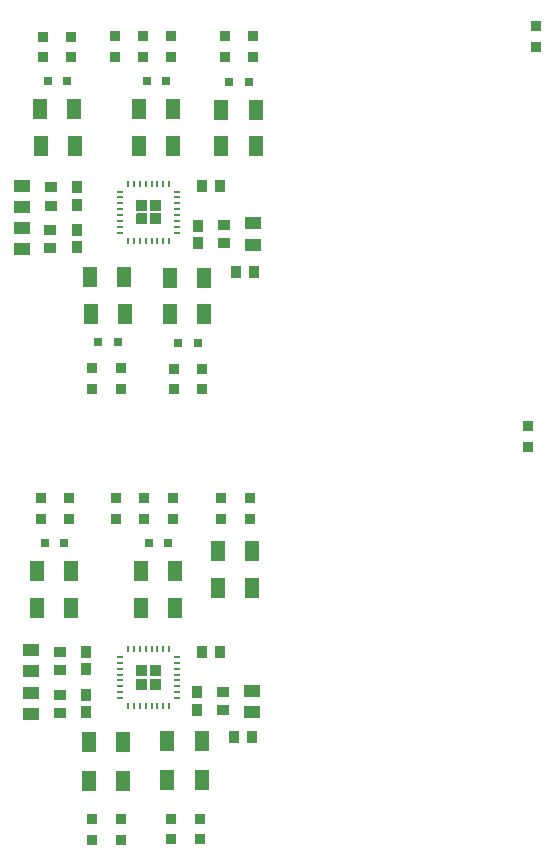
<source format=gbr>
G04 #@! TF.GenerationSoftware,KiCad,Pcbnew,8.0.6*
G04 #@! TF.CreationDate,2025-11-17T16:53:35-08:00*
G04 #@! TF.ProjectId,DAQ,4441512e-6b69-4636-9164-5f7063625858,2*
G04 #@! TF.SameCoordinates,Original*
G04 #@! TF.FileFunction,Paste,Bot*
G04 #@! TF.FilePolarity,Positive*
%FSLAX46Y46*%
G04 Gerber Fmt 4.6, Leading zero omitted, Abs format (unit mm)*
G04 Created by KiCad (PCBNEW 8.0.6) date 2025-11-17 16:53:35*
%MOMM*%
%LPD*%
G01*
G04 APERTURE LIST*
%ADD10C,0.000000*%
%ADD11R,0.863600X0.965200*%
%ADD12R,1.470000X1.110000*%
%ADD13R,1.180000X1.770000*%
%ADD14R,0.980000X0.920000*%
%ADD15R,0.860000X0.980000*%
%ADD16R,0.249999X0.599999*%
%ADD17R,0.599999X0.249999*%
%ADD18R,0.970000X0.980000*%
%ADD19R,0.655600X0.800000*%
G04 APERTURE END LIST*
D10*
G36*
X119258388Y-118060995D02*
G01*
X119268086Y-118063937D01*
X119277024Y-118068714D01*
X119284860Y-118075143D01*
X119291289Y-118082979D01*
X119296067Y-118091917D01*
X119299008Y-118101615D01*
X119300001Y-118111701D01*
X119300001Y-118948301D01*
X119299008Y-118958387D01*
X119296067Y-118968085D01*
X119291289Y-118977023D01*
X119284860Y-118984859D01*
X119277024Y-118991288D01*
X119268086Y-118996066D01*
X119258388Y-118999007D01*
X119248302Y-119000000D01*
X118411702Y-119000000D01*
X118401616Y-118999007D01*
X118391918Y-118996066D01*
X118382980Y-118991288D01*
X118375144Y-118984859D01*
X118368715Y-118977023D01*
X118363938Y-118968085D01*
X118360996Y-118958387D01*
X118360001Y-118948301D01*
X118360001Y-118111701D01*
X118360996Y-118101615D01*
X118363938Y-118091917D01*
X118368715Y-118082979D01*
X118375144Y-118075143D01*
X118382980Y-118068714D01*
X118391918Y-118063937D01*
X118401616Y-118060995D01*
X118411702Y-118060000D01*
X119248302Y-118060000D01*
X119258388Y-118060995D01*
G37*
G36*
X119258388Y-119200993D02*
G01*
X119268086Y-119203934D01*
X119277024Y-119208712D01*
X119284860Y-119215141D01*
X119291289Y-119222977D01*
X119296067Y-119231915D01*
X119299008Y-119241613D01*
X119300001Y-119251699D01*
X119300001Y-120088299D01*
X119299008Y-120098385D01*
X119296067Y-120108083D01*
X119291289Y-120117021D01*
X119284860Y-120124857D01*
X119277024Y-120131286D01*
X119268086Y-120136063D01*
X119258388Y-120139005D01*
X119248302Y-120140000D01*
X118411702Y-120140000D01*
X118401616Y-120139005D01*
X118391918Y-120136063D01*
X118382980Y-120131286D01*
X118375144Y-120124857D01*
X118368715Y-120117021D01*
X118363938Y-120108083D01*
X118360996Y-120098385D01*
X118360001Y-120088299D01*
X118360001Y-119251699D01*
X118360996Y-119241613D01*
X118363938Y-119231915D01*
X118368715Y-119222977D01*
X118375144Y-119215141D01*
X118382980Y-119208712D01*
X118391918Y-119203934D01*
X118401616Y-119200993D01*
X118411702Y-119200000D01*
X119248302Y-119200000D01*
X119258388Y-119200993D01*
G37*
G36*
X120398386Y-118060995D02*
G01*
X120408084Y-118063937D01*
X120417022Y-118068714D01*
X120424858Y-118075143D01*
X120431287Y-118082979D01*
X120436064Y-118091917D01*
X120439006Y-118101615D01*
X120440001Y-118111701D01*
X120440001Y-118948301D01*
X120439006Y-118958387D01*
X120436064Y-118968085D01*
X120431287Y-118977023D01*
X120424858Y-118984859D01*
X120417022Y-118991288D01*
X120408084Y-118996066D01*
X120398386Y-118999007D01*
X120388300Y-119000000D01*
X119551700Y-119000000D01*
X119541614Y-118999007D01*
X119531916Y-118996066D01*
X119522978Y-118991288D01*
X119515142Y-118984859D01*
X119508713Y-118977023D01*
X119503935Y-118968085D01*
X119500994Y-118958387D01*
X119500001Y-118948301D01*
X119500001Y-118111701D01*
X119500994Y-118101615D01*
X119503935Y-118091917D01*
X119508713Y-118082979D01*
X119515142Y-118075143D01*
X119522978Y-118068714D01*
X119531916Y-118063937D01*
X119541614Y-118060995D01*
X119551700Y-118060000D01*
X120388300Y-118060000D01*
X120398386Y-118060995D01*
G37*
G36*
X120398386Y-119200993D02*
G01*
X120408084Y-119203934D01*
X120417022Y-119208712D01*
X120424858Y-119215141D01*
X120431287Y-119222977D01*
X120436064Y-119231915D01*
X120439006Y-119241613D01*
X120440001Y-119251699D01*
X120440001Y-120088299D01*
X120439006Y-120098385D01*
X120436064Y-120108083D01*
X120431287Y-120117021D01*
X120424858Y-120124857D01*
X120417022Y-120131286D01*
X120408084Y-120136063D01*
X120398386Y-120139005D01*
X120388300Y-120140000D01*
X119551700Y-120140000D01*
X119541614Y-120139005D01*
X119531916Y-120136063D01*
X119522978Y-120131286D01*
X119515142Y-120124857D01*
X119508713Y-120117021D01*
X119503935Y-120108083D01*
X119500994Y-120098385D01*
X119500001Y-120088299D01*
X119500001Y-119251699D01*
X119500994Y-119241613D01*
X119503935Y-119231915D01*
X119508713Y-119222977D01*
X119515142Y-119215141D01*
X119522978Y-119208712D01*
X119531916Y-119203934D01*
X119541614Y-119200993D01*
X119551700Y-119200000D01*
X120388300Y-119200000D01*
X120398386Y-119200993D01*
G37*
G36*
X119258387Y-78660995D02*
G01*
X119268085Y-78663937D01*
X119277023Y-78668714D01*
X119284859Y-78675143D01*
X119291288Y-78682979D01*
X119296066Y-78691917D01*
X119299007Y-78701615D01*
X119300000Y-78711701D01*
X119300000Y-79548301D01*
X119299007Y-79558387D01*
X119296066Y-79568085D01*
X119291288Y-79577023D01*
X119284859Y-79584859D01*
X119277023Y-79591288D01*
X119268085Y-79596066D01*
X119258387Y-79599007D01*
X119248301Y-79600000D01*
X118411701Y-79600000D01*
X118401615Y-79599007D01*
X118391917Y-79596066D01*
X118382979Y-79591288D01*
X118375143Y-79584859D01*
X118368714Y-79577023D01*
X118363937Y-79568085D01*
X118360995Y-79558387D01*
X118360000Y-79548301D01*
X118360000Y-78711701D01*
X118360995Y-78701615D01*
X118363937Y-78691917D01*
X118368714Y-78682979D01*
X118375143Y-78675143D01*
X118382979Y-78668714D01*
X118391917Y-78663937D01*
X118401615Y-78660995D01*
X118411701Y-78660000D01*
X119248301Y-78660000D01*
X119258387Y-78660995D01*
G37*
G36*
X119258387Y-79800993D02*
G01*
X119268085Y-79803934D01*
X119277023Y-79808712D01*
X119284859Y-79815141D01*
X119291288Y-79822977D01*
X119296066Y-79831915D01*
X119299007Y-79841613D01*
X119300000Y-79851699D01*
X119300000Y-80688299D01*
X119299007Y-80698385D01*
X119296066Y-80708083D01*
X119291288Y-80717021D01*
X119284859Y-80724857D01*
X119277023Y-80731286D01*
X119268085Y-80736063D01*
X119258387Y-80739005D01*
X119248301Y-80740000D01*
X118411701Y-80740000D01*
X118401615Y-80739005D01*
X118391917Y-80736063D01*
X118382979Y-80731286D01*
X118375143Y-80724857D01*
X118368714Y-80717021D01*
X118363937Y-80708083D01*
X118360995Y-80698385D01*
X118360000Y-80688299D01*
X118360000Y-79851699D01*
X118360995Y-79841613D01*
X118363937Y-79831915D01*
X118368714Y-79822977D01*
X118375143Y-79815141D01*
X118382979Y-79808712D01*
X118391917Y-79803934D01*
X118401615Y-79800993D01*
X118411701Y-79800000D01*
X119248301Y-79800000D01*
X119258387Y-79800993D01*
G37*
G36*
X120398385Y-78660995D02*
G01*
X120408083Y-78663937D01*
X120417021Y-78668714D01*
X120424857Y-78675143D01*
X120431286Y-78682979D01*
X120436063Y-78691917D01*
X120439005Y-78701615D01*
X120440000Y-78711701D01*
X120440000Y-79548301D01*
X120439005Y-79558387D01*
X120436063Y-79568085D01*
X120431286Y-79577023D01*
X120424857Y-79584859D01*
X120417021Y-79591288D01*
X120408083Y-79596066D01*
X120398385Y-79599007D01*
X120388299Y-79600000D01*
X119551699Y-79600000D01*
X119541613Y-79599007D01*
X119531915Y-79596066D01*
X119522977Y-79591288D01*
X119515141Y-79584859D01*
X119508712Y-79577023D01*
X119503934Y-79568085D01*
X119500993Y-79558387D01*
X119500000Y-79548301D01*
X119500000Y-78711701D01*
X119500993Y-78701615D01*
X119503934Y-78691917D01*
X119508712Y-78682979D01*
X119515141Y-78675143D01*
X119522977Y-78668714D01*
X119531915Y-78663937D01*
X119541613Y-78660995D01*
X119551699Y-78660000D01*
X120388299Y-78660000D01*
X120398385Y-78660995D01*
G37*
G36*
X120398385Y-79800993D02*
G01*
X120408083Y-79803934D01*
X120417021Y-79808712D01*
X120424857Y-79815141D01*
X120431286Y-79822977D01*
X120436063Y-79831915D01*
X120439005Y-79841613D01*
X120440000Y-79851699D01*
X120440000Y-80688299D01*
X120439005Y-80698385D01*
X120436063Y-80708083D01*
X120431286Y-80717021D01*
X120424857Y-80724857D01*
X120417021Y-80731286D01*
X120408083Y-80736063D01*
X120398385Y-80739005D01*
X120388299Y-80740000D01*
X119551699Y-80740000D01*
X119541613Y-80739005D01*
X119531915Y-80736063D01*
X119522977Y-80731286D01*
X119515141Y-80724857D01*
X119508712Y-80717021D01*
X119503934Y-80708083D01*
X119500993Y-80698385D01*
X119500000Y-80688299D01*
X119500000Y-79851699D01*
X119500993Y-79841613D01*
X119503934Y-79831915D01*
X119508712Y-79822977D01*
X119515141Y-79815141D01*
X119522977Y-79808712D01*
X119531915Y-79803934D01*
X119541613Y-79800993D01*
X119551699Y-79800000D01*
X120388299Y-79800000D01*
X120398385Y-79800993D01*
G37*
D11*
X121295002Y-132802600D03*
X121295002Y-131050000D03*
D12*
X108675000Y-79265685D03*
X108675000Y-77465685D03*
X109445002Y-118562000D03*
X109445002Y-116762000D03*
D13*
X114485000Y-88324999D03*
X117375000Y-88324999D03*
X118750002Y-110100000D03*
X121640002Y-110100000D03*
D14*
X111125000Y-79140685D03*
X111125000Y-77590685D03*
D13*
X109965002Y-113200000D03*
X112855002Y-113200000D03*
X120995002Y-127800000D03*
X123885002Y-127800000D03*
D15*
X123920000Y-116900000D03*
X125450000Y-116900000D03*
D16*
X117650002Y-116700000D03*
X118150001Y-116700000D03*
X118650003Y-116700000D03*
X119150001Y-116700000D03*
X119650003Y-116700000D03*
X120150002Y-116700000D03*
X120650001Y-116700000D03*
X121150003Y-116700000D03*
D17*
X121800004Y-117350001D03*
X121800004Y-117850000D03*
X121800004Y-118350002D03*
X121800004Y-118850000D03*
X121800004Y-119350002D03*
X121800004Y-119850001D03*
X121800004Y-120350000D03*
X121800004Y-120850002D03*
D16*
X121150003Y-121500000D03*
X120650001Y-121500000D03*
X120150002Y-121500000D03*
X119650003Y-121500000D03*
X119150001Y-121500000D03*
X118650003Y-121500000D03*
X118150001Y-121500000D03*
X117650002Y-121500000D03*
D17*
X117000003Y-120850002D03*
X117000003Y-120350000D03*
X117000003Y-119850001D03*
X117000003Y-119350002D03*
X117000003Y-118850000D03*
X117000003Y-118350002D03*
X117000003Y-117850000D03*
X117000003Y-117350001D03*
D11*
X128275000Y-64774999D03*
X128275000Y-66527599D03*
D13*
X114355002Y-124523700D03*
X117245002Y-124523700D03*
X125575000Y-71027599D03*
X128465000Y-71027599D03*
D18*
X114145002Y-122056000D03*
X114145002Y-120568000D03*
D11*
X116650002Y-105652600D03*
X116650002Y-103900000D03*
D13*
X125300002Y-111500000D03*
X128190002Y-111500000D03*
D11*
X125875000Y-64774999D03*
X125875000Y-66527599D03*
D19*
X119244400Y-68599999D03*
X120900000Y-68599999D03*
D13*
X110230000Y-71001299D03*
X113120000Y-71001299D03*
X109955002Y-110100000D03*
X112845002Y-110100000D03*
D11*
X112700002Y-105652600D03*
X112700002Y-103900000D03*
D16*
X117650001Y-77300000D03*
X118150000Y-77300000D03*
X118650002Y-77300000D03*
X119150000Y-77300000D03*
X119650002Y-77300000D03*
X120150001Y-77300000D03*
X120650000Y-77300000D03*
X121150002Y-77300000D03*
D17*
X121800003Y-77950001D03*
X121800003Y-78450000D03*
X121800003Y-78950002D03*
X121800003Y-79450000D03*
X121800003Y-79950002D03*
X121800003Y-80450001D03*
X121800003Y-80950000D03*
X121800003Y-81450002D03*
D16*
X121150002Y-82100000D03*
X120650000Y-82100000D03*
X120150001Y-82100000D03*
X119650002Y-82100000D03*
X119150000Y-82100000D03*
X118650002Y-82100000D03*
X118150000Y-82100000D03*
X117650001Y-82100000D03*
D17*
X117000002Y-81450002D03*
X117000002Y-80950000D03*
X117000002Y-80450001D03*
X117000002Y-79950002D03*
X117000002Y-79450000D03*
X117000002Y-78950002D03*
X117000002Y-78450000D03*
X117000002Y-77950001D03*
D11*
X125550002Y-103900000D03*
X125550002Y-105652600D03*
D18*
X113325000Y-82665685D03*
X113325000Y-81177685D03*
D11*
X123750002Y-132802600D03*
X123750002Y-131050000D03*
D13*
X121225000Y-88337156D03*
X124115000Y-88337156D03*
D11*
X117030000Y-94677599D03*
X117030000Y-92924999D03*
D19*
X126247200Y-68651299D03*
X127902800Y-68651299D03*
D14*
X111895002Y-118462000D03*
X111895002Y-116912000D03*
D19*
X110847200Y-68601299D03*
X112502800Y-68601299D03*
D11*
X118900000Y-66552599D03*
X118900000Y-64799999D03*
D19*
X119422202Y-107700000D03*
X121077802Y-107700000D03*
D15*
X128315000Y-84800000D03*
X126785000Y-84800000D03*
D14*
X125825000Y-82346685D03*
X125825000Y-80796685D03*
X125745002Y-121875000D03*
X125745002Y-120325000D03*
D11*
X123915000Y-94689756D03*
X123915000Y-92937156D03*
D13*
X121225000Y-85237156D03*
X124115000Y-85237156D03*
D12*
X128275000Y-82446685D03*
X128275000Y-80646685D03*
D11*
X152200000Y-65696500D03*
X152200000Y-63943900D03*
D13*
X120995002Y-124500000D03*
X123885002Y-124500000D03*
D14*
X111075000Y-82715685D03*
X111075000Y-81165685D03*
D11*
X127950002Y-103900000D03*
X127950002Y-105652600D03*
D13*
X110285000Y-74101299D03*
X113175000Y-74101299D03*
D11*
X119050002Y-105652600D03*
X119050002Y-103900000D03*
D13*
X125300002Y-108400000D03*
X128190002Y-108400000D03*
D18*
X113375000Y-79090685D03*
X113375000Y-77602685D03*
D13*
X125575000Y-74127599D03*
X128465000Y-74127599D03*
D18*
X114145002Y-118400000D03*
X114145002Y-116912000D03*
D11*
X110475000Y-66601299D03*
X110475000Y-64848699D03*
D12*
X108675000Y-82821685D03*
X108675000Y-81021685D03*
D13*
X114350002Y-127823700D03*
X117240002Y-127823700D03*
D11*
X116600000Y-66576299D03*
X116600000Y-64823699D03*
D15*
X123935000Y-77475000D03*
X125465000Y-77475000D03*
D11*
X121300000Y-66552599D03*
X121300000Y-64799999D03*
D12*
X128145002Y-122000000D03*
X128145002Y-120200000D03*
D19*
X110600002Y-107700000D03*
X112255602Y-107700000D03*
D12*
X109445002Y-122212000D03*
X109445002Y-120412000D03*
D11*
X121450002Y-105652600D03*
X121450002Y-103900000D03*
D14*
X111895002Y-122112000D03*
X111895002Y-120562000D03*
D13*
X118600000Y-70999999D03*
X121490000Y-70999999D03*
D19*
X116785600Y-90724999D03*
X115130000Y-90724999D03*
D11*
X121515000Y-94689756D03*
X121515000Y-92937156D03*
D13*
X118750002Y-113200000D03*
X121640002Y-113200000D03*
D19*
X123570600Y-90737156D03*
X121915000Y-90737156D03*
D18*
X123495002Y-121850000D03*
X123495002Y-120362000D03*
D11*
X114650002Y-132826300D03*
X114650002Y-131073700D03*
X151550000Y-97843900D03*
X151550000Y-99596500D03*
D13*
X114430000Y-85224999D03*
X117320000Y-85224999D03*
D15*
X128130000Y-124100000D03*
X126600000Y-124100000D03*
D11*
X114630000Y-94677599D03*
X114630000Y-92924999D03*
D18*
X123575000Y-82334685D03*
X123575000Y-80846685D03*
D11*
X110300002Y-105652600D03*
X110300002Y-103900000D03*
X117050002Y-132826300D03*
X117050002Y-131073700D03*
X112875000Y-66577599D03*
X112875000Y-64824999D03*
D13*
X118600000Y-74099999D03*
X121490000Y-74099999D03*
M02*

</source>
